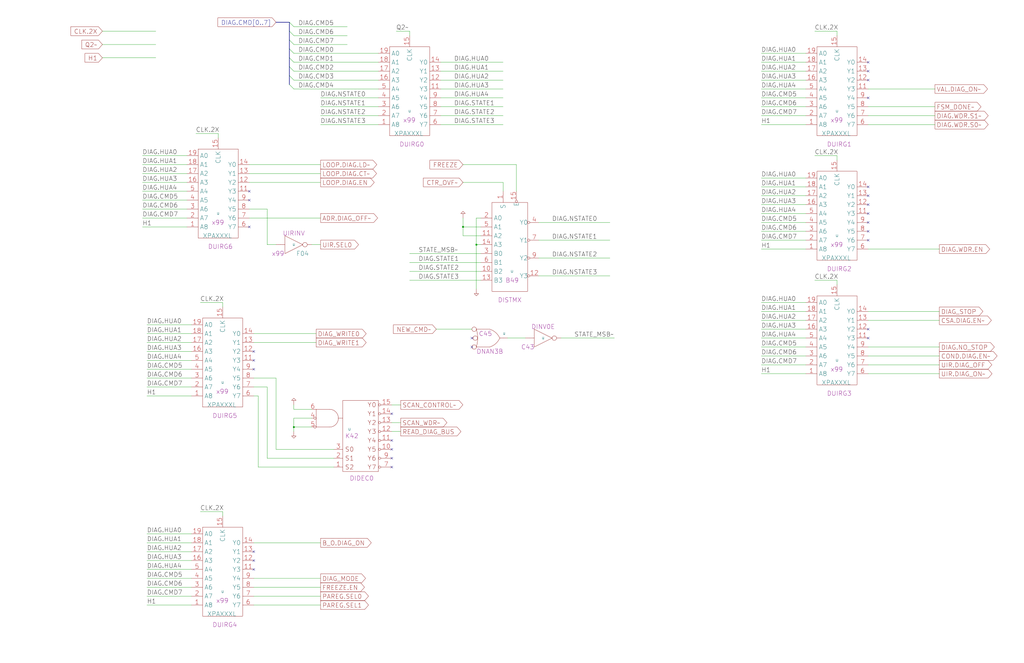
<source format=kicad_sch>
(kicad_sch (version 20220404) (generator eeschema)
  (paper "User" 584.2 378.46)
  (title_block (title "DIAGNOSTIC PROCESSOR\\nFINITE STATE MACHINE") (date "22-MAR-90") (rev "1.0") (comment 1 "VALUE") (comment 2 "232-003063") (comment 3 "S400") (comment 4 "RELEASED"))
  (lib_symbols
    (symbol "r1000:F04" (pin_numbers hide) (pin_names hide)
      (property "Reference" "U" (at 0 0 0))
      (property "Value" "F04" (at 1.27 -5.08 0))
      (property "Location" "___" (at -12.7 -5.08 0))
      (property "Name" "______" (at 0 5.08 0))
      (symbol "F04_0_1"
        (polyline (pts (xy -7.62 0) (xy -5.08 0)) (stroke (width 0.1524)))
        (polyline (pts (xy -5.08 5.08) (xy -5.08 -5.08)) (stroke (width 0.1524)))
        (polyline (pts (xy 5.08 0) (xy -5.08 -5.08)) (stroke (width 0.1524)))
        (polyline (pts (xy 5.08 0) (xy -5.08 5.08)) (stroke (width 0.1524)))
        (circle (center 6.35 0) (radius 1.27) (stroke (width 0.1524)))
      )
      (symbol "F04_1_1"
        (pin input line (at -10.16 0 0) (length 2.54) (name "D0") (number "1"))
        (pin output line (at 10.16 0 180) (length 2.54) (name "Q") (number "2"))
      )
    )
    (symbol "r1000:F10" (pin_numbers hide) (pin_names hide)
      (property "Reference" "U" (at 13.335 0 0))
      (property "Value" "F10" (at 5.715 -5.08 0))
      (property "Location" "___" (at -1.27 0 0))
      (property "Name" "______" (at -2.54 -10.16 0))
      (symbol "F10_0_1"
        (polyline (pts (xy -2.54 -7.62) (xy 5.08 -7.62)) (stroke (width 0.1524)))
        (polyline (pts (xy -2.54 2.54) (xy 5.08 2.54)) (stroke (width 0.1524)))
        (polyline (pts (xy -2.54 3.81) (xy -2.54 -8.89)) (stroke (width 0.1524)))
        (arc (start 5.08 -7.62) (mid 10.1282 -2.54) (end 5.08 2.54) (stroke (width 0.1524)))
        (circle (center 11.43 -2.54) (radius 1.27) (stroke (width 0.1524)))
      )
      (symbol "F10_0_2"
        (circle (center -3.81 -7.62) (radius 1.27) (stroke (width 0.1524)))
        (circle (center -3.81 2.54) (radius 1.27) (stroke (width 0.1524)))
        (circle (center -3.175 -2.54) (radius 1.27) (stroke (width 0.1524)))
        (arc (start -2.54 -7.62) (mid -1.8195 -2.54) (end -2.54 2.54) (stroke (width 0.1524)))
        (polyline (pts (xy -4.445 -2.54) (xy -5.08 -2.54)) (stroke (width 0.1524)))
        (polyline (pts (xy -2.54 -7.62) (xy 5.08 -7.62)) (stroke (width 0.1524)))
        (polyline (pts (xy -2.54 2.54) (xy 5.08 2.54)) (stroke (width 0.1524)))
        (polyline (pts (xy 10.795 -2.54) (xy 12.7 -2.54)) (stroke (width 0.1524)))
        (arc (start 5.08 -7.62) (mid 8.4845 -5.6954) (end 10.795 -2.54) (stroke (width 0.1524)))
        (arc (start 10.795 -2.54) (mid 8.4807 0.6111) (end 5.08 2.54) (stroke (width 0.1524)))
      )
      (symbol "F10_1_1"
        (pin input line (at -5.08 2.54 0) (length 2.54) (name "D0") (number "1"))
        (pin input line (at -5.08 -2.54 0) (length 2.54) (name "D1") (number "2"))
        (pin input line (at -5.08 -7.62 0) (length 2.54) (name "D2") (number "3"))
        (pin output line (at 15.24 -2.54 180) (length 2.54) (name "Q") (number "4"))
      )
      (symbol "F10_1_2"
        (pin input line (at -5.08 2.54 0) (length 0) (name "D0") (number "1"))
        (pin input line (at -5.08 -2.54 0) (length 0) (name "D1") (number "2"))
        (pin input line (at -5.08 -7.62 0) (length 0) (name "D2") (number "3"))
        (pin output line (at 15.24 -2.54 180) (length 2.54) (name "Q") (number "4"))
      )
    )
    (symbol "r1000:F138" (pin_names (offset 1.016) hide)
      (property "Reference" "U" (at 1.27 3.81 0))
      (property "Value" "F138" (at -1.27 10.16 0))
      (property "Location" "___" (at -1.27 0 0))
      (property "Name" "______" (at 8.255 -24.13 0))
      (symbol "F138_0_0"
        (arc (start -10.16 5.08) (mid -6.5679 6.5679) (end -5.08 10.16) (stroke (width 0.1524)))
        (arc (start -5.08 10.16) (mid -6.5679 13.7521) (end -10.16 15.24) (stroke (width 0.1524)))
        (polyline (pts (xy -17.78 5.08) (xy -10.16 5.08)) (stroke (width 0.1524)))
        (polyline (pts (xy -17.78 15.24) (xy -10.16 15.24)) (stroke (width 0.1524)))
      )
      (symbol "F138_0_1"
        (circle (center -18.415 5.08) (radius 0.635) (stroke (width 0.1524)))
        (circle (center -18.415 10.16) (radius 0.635) (stroke (width 0.1524)))
        (rectangle (start -2.54 20.32) (end 17.78 -20.32) (stroke (width 0.1524)))
        (polyline (pts (xy -19.05 15.24) (xy -17.78 15.24)) (stroke (width 0.1524)))
        (polyline (pts (xy -17.78 15.24) (xy -17.78 5.08)) (stroke (width 0.1524)))
        (polyline (pts (xy -2.54 10.16) (xy -5.08 10.16)) (stroke (width 0.1524)))
      )
      (symbol "F138_1_1"
        (circle (center 18.415 -17.78) (radius 0.635))
        (circle (center 18.415 -12.7) (radius 0.635))
        (circle (center 18.415 -7.62) (radius 0.635))
        (circle (center 18.415 -2.54) (radius 0.635))
        (circle (center 18.415 2.54) (radius 0.635))
        (circle (center 18.415 7.62) (radius 0.635))
        (circle (center 18.415 12.7) (radius 0.635))
        (circle (center 18.415 17.78) (radius 0.635))
        (text "0" (at 2.54 -7.62 0) (effects (font (size 2.54 2.54))))
        (text "0" (at 15.24 17.78 0) (effects (font (size 2.54 2.54))))
        (text "1" (at 2.54 -12.7 0) (effects (font (size 2.54 2.54))))
        (text "1" (at 15.24 12.7 0) (effects (font (size 2.54 2.54))))
        (text "2" (at 2.54 -17.78 0) (effects (font (size 2.54 2.54))))
        (text "2" (at 15.24 7.62 0) (effects (font (size 2.54 2.54))))
        (text "3" (at 15.24 2.54 0) (effects (font (size 2.54 2.54))))
        (text "4" (at 15.24 -2.54 0) (effects (font (size 2.54 2.54))))
        (text "5" (at 15.24 -7.62 0) (effects (font (size 2.54 2.54))))
        (text "6" (at 15.24 -12.7 0) (effects (font (size 2.54 2.54))))
        (text "7" (at 15.24 -17.78 0) (effects (font (size 2.54 2.54))))
        (text "S" (at 0 -17.78 0) (effects (font (size 2.54 2.54))))
        (text "S" (at 0 -12.7 0) (effects (font (size 2.54 2.54))))
        (text "S" (at 0 -7.62 0) (effects (font (size 2.54 2.54))))
        (text "Y" (at 12.7 -17.78 0) (effects (font (size 2.54 2.54))))
        (text "Y" (at 12.7 -12.7 0) (effects (font (size 2.54 2.54))))
        (text "Y" (at 12.7 -7.62 0) (effects (font (size 2.54 2.54))))
        (text "Y" (at 12.7 -2.54 0) (effects (font (size 2.54 2.54))))
        (text "Y" (at 12.7 2.54 0) (effects (font (size 2.54 2.54))))
        (text "Y" (at 12.7 7.62 0) (effects (font (size 2.54 2.54))))
        (text "Y" (at 12.7 12.7 0) (effects (font (size 2.54 2.54))))
        (text "Y" (at 12.7 17.78 0) (effects (font (size 2.54 2.54))))
        (pin input line (at -7.62 -17.78 0) (length 5.08) (name "S2") (number "1"))
        (pin output line (at 25.4 -7.62 180) (length 6.35) (name "Y5_") (number "10"))
        (pin output line (at 25.4 -2.54 180) (length 6.35) (name "Y4_") (number "11"))
        (pin output line (at 25.4 2.54 180) (length 6.35) (name "Y3_") (number "12"))
        (pin output line (at 25.4 7.62 180) (length 6.35) (name "Y2_") (number "13"))
        (pin output line (at 25.4 12.7 180) (length 6.35) (name "Y1_") (number "14"))
        (pin output line (at 25.4 17.78 180) (length 6.35) (name "Y0_") (number "15"))
        (pin input line (at -7.62 -12.7 0) (length 5.08) (name "S1") (number "2"))
        (pin input line (at -7.62 -7.62 0) (length 5.08) (name "S0") (number "3"))
        (pin input line (at -20.32 10.16 0) (length 1.27) (name "D1") (number "4"))
        (pin input line (at -20.32 5.08 0) (length 1.27) (name "D2") (number "5"))
        (pin input line (at -20.32 15.24 0) (length 1.27) (name "D0") (number "6"))
        (pin output line (at 25.4 -17.78 180) (length 6.35) (name "Y7_") (number "7"))
        (pin output line (at 25.4 -12.7 180) (length 6.35) (name "Y6_") (number "9"))
      )
    )
    (symbol "r1000:F158" (pin_names (offset 1.016))
      (property "Reference" "U" (at 2.54 5.08 0))
      (property "Value" "F158" (at -3.81 -5.08 0))
      (property "Location" "___" (at -1.27 0 0))
      (property "Name" "______" (at 1.27 -12.7 0))
      (symbol "F158_1_1"
        (rectangle (start -8.89 44.45) (end 11.43 -6.35))
        (circle (center 5.08 45.085) (radius 0.635))
        (circle (center 12.065 2.54) (radius 0.635))
        (circle (center 12.065 12.7) (radius 0.635))
        (circle (center 12.065 22.86) (radius 0.635))
        (circle (center 12.065 33.02) (radius 0.635))
        (pin input line (at -2.54 50.8 270) (length 6.35) (name "S") (number "1"))
        (pin input line (at -15.24 5.08 0) (length 6.35) (name "B2") (number "10"))
        (pin input line (at -15.24 25.4 0) (length 6.35) (name "A2") (number "11"))
        (pin output line (at 17.78 2.54 180) (length 5.08) (name "Y3") (number "12"))
        (pin input line (at -15.24 0 0) (length 6.35) (name "B3") (number "13"))
        (pin input line (at -15.24 20.32 0) (length 6.35) (name "A3") (number "14"))
        (pin input line (at 5.08 50.8 270) (length 5.08) (name "E") (number "15"))
        (pin input line (at -15.24 35.56 0) (length 6.35) (name "A0") (number "2"))
        (pin input line (at -15.24 15.24 0) (length 6.35) (name "B0") (number "3"))
        (pin output line (at 17.78 33.02 180) (length 5.08) (name "Y0") (number "4"))
        (pin input line (at -15.24 30.48 0) (length 6.35) (name "A1") (number "5"))
        (pin input line (at -15.24 10.16 0) (length 6.35) (name "B1") (number "6"))
        (pin output line (at 17.78 22.86 180) (length 5.08) (name "Y1") (number "7"))
        (pin output line (at 17.78 12.7 180) (length 5.08) (name "Y2") (number "9"))
      )
    )
    (symbol "r1000:PD" (power) (pin_numbers hide) (pin_names hide) (in_bom no)
      (symbol "PD_0_1"
        (polyline (pts (xy 0 -2.54) (xy 1.27 -2.54) (xy 0 -3.81) (xy -1.27 -2.54) (xy 0 -2.54)) (stroke (width 0.1524)))
      )
      (symbol "PD_1_1"
        (pin power_in line (at 0 0 270) (length 2.54) (name "PD") (number "1"))
      )
    )
    (symbol "r1000:PU" (power) (pin_numbers hide) (pin_names hide)
      (symbol "PU_0_1"
        (polyline (pts (xy 0 2.54) (xy -1.27 2.54) (xy 0 3.81) (xy 1.27 2.54) (xy 0 2.54)) (stroke (width 0.1524)))
      )
      (symbol "PU_1_1"
        (pin power_in line (at 0 0 90) (length 2.54) (name "PU") (number "1"))
      )
    )
    (symbol "r1000:XPAXXXL" (pin_names (offset 1.016))
      (property "Reference" "U" (at 2.54 5.08 0))
      (property "Value" "XPAXXXL" (at -6.35 -7.62 0))
      (property "Location" "___" (at -1.27 0 0))
      (property "Name" "______" (at 3.81 -15.24 0))
      (symbol "XPAXXXL_1_1"
        (rectangle (start -8.89 41.91) (end 13.97 -8.89))
        (pin input line (at -15.24 -2.54 0) (length 6.35) (name "A8") (number "1"))
        (pin output line (at 20.32 17.78 180) (length 6.35) (name "Y3") (number "11"))
        (pin output line (at 20.32 22.86 180) (length 6.35) (name "Y2") (number "12"))
        (pin output line (at 20.32 27.94 180) (length 6.35) (name "Y1") (number "13"))
        (pin output line (at 20.32 33.02 180) (length 6.35) (name "Y0") (number "14"))
        (pin input line (at 2.54 48.26 270) (length 6.35) (name "CLK") (number "15"))
        (pin input line (at -15.24 22.86 0) (length 6.35) (name "A3") (number "16"))
        (pin input line (at -15.24 27.94 0) (length 6.35) (name "A2") (number "17"))
        (pin input line (at -15.24 33.02 0) (length 6.35) (name "A1") (number "18"))
        (pin input line (at -15.24 38.1 0) (length 6.35) (name "A0") (number "19"))
        (pin input line (at -15.24 2.54 0) (length 6.35) (name "A7") (number "2"))
        (pin input line (at -15.24 7.62 0) (length 6.35) (name "A6") (number "3"))
        (pin input line (at -15.24 12.7 0) (length 6.35) (name "A5") (number "4"))
        (pin input line (at -15.24 17.78 0) (length 6.35) (name "A4") (number "5"))
        (pin output line (at 20.32 -2.54 180) (length 6.35) (name "Y7") (number "6"))
        (pin output line (at 20.32 2.54 180) (length 6.35) (name "Y6") (number "7"))
        (pin output line (at 20.32 7.62 180) (length 6.35) (name "Y5") (number "8"))
        (pin output line (at 20.32 12.7 180) (length 6.35) (name "Y4") (number "9"))
      )
    )
  )
  (junction (at 264.16 129.54))
  (junction (at 167.64 243.84))
  (junction (at 271.78 139.7))
  (no_connect (at 223.52 251.46))
  (no_connect (at 223.52 256.54))
  (no_connect (at 223.52 266.7))
  (no_connect (at 269.24 198.12))
  (no_connect (at 269.24 193.04))
  (no_connect (at 495.3 45.72))
  (no_connect (at 495.3 35.56))
  (no_connect (at 495.3 40.64))
  (no_connect (at 144.78 325.12))
  (no_connect (at 144.78 320.04))
  (no_connect (at 495.3 193.04))
  (no_connect (at 144.78 314.96))
  (no_connect (at 495.3 55.88))
  (no_connect (at 223.52 261.62))
  (no_connect (at 495.3 127))
  (no_connect (at 495.3 111.76))
  (no_connect (at 495.3 116.84))
  (no_connect (at 495.3 121.92))
  (no_connect (at 495.3 137.16))
  (no_connect (at 495.3 132.08))
  (no_connect (at 142.24 114.3))
  (no_connect (at 142.24 109.22))
  (no_connect (at 142.24 129.54))
  (no_connect (at 144.78 200.66))
  (no_connect (at 144.78 205.74))
  (no_connect (at 495.3 106.68))
  (no_connect (at 144.78 210.82))
  (no_connect (at 223.52 236.22))
  (no_connect (at 495.3 187.96))
  (bus_entry (at 165.1 33.02) (size 2.54 2.54))
  (bus_entry (at 165.1 22.86) (size 2.54 2.54))
  (bus_entry (at 165.1 48.26) (size 2.54 2.54))
  (bus_entry (at 165.1 17.78) (size 2.54 2.54))
  (bus_entry (at 165.1 43.18) (size 2.54 2.54))
  (bus_entry (at 165.1 27.94) (size 2.54 2.54))
  (bus_entry (at 165.1 12.7) (size 2.54 2.54))
  (bus_entry (at 165.1 38.1) (size 2.54 2.54))
  (wire (pts (xy 274.32 124.46) (xy 271.78 124.46)))
  (wire (pts (xy 114.3 172.72) (xy 127 172.72)))
  (wire (pts (xy 81.28 129.54) (xy 106.68 129.54)))
  (wire (pts (xy 434.34 60.96) (xy 459.74 60.96)))
  (wire (pts (xy 144.78 190.5) (xy 180.34 190.5)))
  (wire (pts (xy 464.82 88.9) (xy 477.52 88.9)))
  (wire (pts (xy 233.68 160.02) (xy 274.32 160.02)))
  (wire (pts (xy 434.34 116.84) (xy 459.74 116.84)))
  (wire (pts (xy 124.46 76.2) (xy 124.46 78.74)))
  (wire (pts (xy 495.3 177.8) (xy 535.94 177.8)))
  (wire (pts (xy 83.82 335.28) (xy 109.22 335.28)))
  (wire (pts (xy 495.3 142.24) (xy 535.94 142.24)))
  (wire (pts (xy 434.34 127) (xy 459.74 127)))
  (wire (pts (xy 157.48 215.9) (xy 144.78 215.9)))
  (wire (pts (xy 182.88 71.12) (xy 215.9 71.12)))
  (wire (pts (xy 495.3 203.2) (xy 535.94 203.2)))
  (wire (pts (xy 434.34 71.12) (xy 459.74 71.12)))
  (wire (pts (xy 495.3 71.12) (xy 533.4 71.12)))
  (wire (pts (xy 477.52 17.78) (xy 477.52 20.32)))
  (bus (pts (xy 157.48 12.7) (xy 165.1 12.7)))
  (wire (pts (xy 251.46 55.88) (xy 287.02 55.88)))
  (wire (pts (xy 434.34 132.08) (xy 459.74 132.08)))
  (wire (pts (xy 320.04 193.04) (xy 350.52 193.04)))
  (wire (pts (xy 289.56 193.04) (xy 299.72 193.04)))
  (wire (pts (xy 81.28 124.46) (xy 106.68 124.46)))
  (wire (pts (xy 434.34 193.04) (xy 459.74 193.04)))
  (bus (pts (xy 165.1 17.78) (xy 165.1 22.86)))
  (wire (pts (xy 434.34 203.2) (xy 459.74 203.2)))
  (bus (pts (xy 165.1 27.94) (xy 165.1 33.02)))
  (wire (pts (xy 434.34 30.48) (xy 459.74 30.48)))
  (wire (pts (xy 147.32 226.06) (xy 144.78 226.06)))
  (wire (pts (xy 83.82 190.5) (xy 109.22 190.5)))
  (wire (pts (xy 83.82 220.98) (xy 109.22 220.98)))
  (wire (pts (xy 167.64 40.64) (xy 215.9 40.64)))
  (wire (pts (xy 182.88 66.04) (xy 215.9 66.04)))
  (wire (pts (xy 114.3 292.1) (xy 127 292.1)))
  (wire (pts (xy 144.78 345.44) (xy 182.88 345.44)))
  (wire (pts (xy 251.46 35.56) (xy 287.02 35.56)))
  (wire (pts (xy 83.82 226.06) (xy 109.22 226.06)))
  (wire (pts (xy 144.78 340.36) (xy 182.88 340.36)))
  (wire (pts (xy 182.88 60.96) (xy 215.9 60.96)))
  (bus (pts (xy 165.1 43.18) (xy 165.1 48.26)))
  (wire (pts (xy 434.34 55.88) (xy 459.74 55.88)))
  (wire (pts (xy 177.8 233.68) (xy 167.64 233.68)))
  (wire (pts (xy 83.82 210.82) (xy 109.22 210.82)))
  (wire (pts (xy 434.34 213.36) (xy 459.74 213.36)))
  (wire (pts (xy 83.82 330.2) (xy 109.22 330.2)))
  (bus (pts (xy 165.1 33.02) (xy 165.1 38.1)))
  (wire (pts (xy 144.78 195.58) (xy 180.34 195.58)))
  (wire (pts (xy 147.32 266.7) (xy 147.32 226.06)))
  (wire (pts (xy 81.28 119.38) (xy 106.68 119.38)))
  (wire (pts (xy 167.64 35.56) (xy 215.9 35.56)))
  (wire (pts (xy 81.28 109.22) (xy 106.68 109.22)))
  (wire (pts (xy 223.52 241.3) (xy 228.6 241.3)))
  (wire (pts (xy 477.52 160.02) (xy 477.52 162.56)))
  (wire (pts (xy 274.32 134.62) (xy 264.16 134.62)))
  (wire (pts (xy 495.3 213.36) (xy 535.94 213.36)))
  (wire (pts (xy 264.16 129.54) (xy 264.16 124.46)))
  (wire (pts (xy 495.3 60.96) (xy 533.4 60.96)))
  (wire (pts (xy 81.28 88.9) (xy 106.68 88.9)))
  (wire (pts (xy 495.3 198.12) (xy 535.94 198.12)))
  (wire (pts (xy 233.68 149.86) (xy 274.32 149.86)))
  (wire (pts (xy 142.24 93.98) (xy 182.88 93.98)))
  (wire (pts (xy 495.3 50.8) (xy 533.4 50.8)))
  (wire (pts (xy 167.64 50.8) (xy 215.9 50.8)))
  (wire (pts (xy 434.34 45.72) (xy 459.74 45.72)))
  (wire (pts (xy 144.78 330.2) (xy 182.88 330.2)))
  (wire (pts (xy 142.24 124.46) (xy 182.88 124.46)))
  (wire (pts (xy 81.28 99.06) (xy 106.68 99.06)))
  (wire (pts (xy 142.24 104.14) (xy 182.88 104.14)))
  (wire (pts (xy 434.34 137.16) (xy 459.74 137.16)))
  (wire (pts (xy 111.76 76.2) (xy 124.46 76.2)))
  (wire (pts (xy 167.64 231.14) (xy 167.64 233.68)))
  (wire (pts (xy 434.34 182.88) (xy 459.74 182.88)))
  (wire (pts (xy 495.3 182.88) (xy 535.94 182.88)))
  (wire (pts (xy 83.82 320.04) (xy 109.22 320.04)))
  (wire (pts (xy 142.24 99.06) (xy 182.88 99.06)))
  (wire (pts (xy 233.68 144.78) (xy 274.32 144.78)))
  (wire (pts (xy 233.68 17.78) (xy 233.68 20.32)))
  (wire (pts (xy 434.34 198.12) (xy 459.74 198.12)))
  (wire (pts (xy 434.34 187.96) (xy 459.74 187.96)))
  (wire (pts (xy 251.46 50.8) (xy 287.02 50.8)))
  (wire (pts (xy 167.64 238.76) (xy 167.64 243.84)))
  (wire (pts (xy 144.78 220.98) (xy 152.4 220.98)))
  (wire (pts (xy 58.42 17.78) (xy 88.9 17.78)))
  (wire (pts (xy 177.8 139.7) (xy 182.88 139.7)))
  (wire (pts (xy 495.3 66.04) (xy 533.4 66.04)))
  (wire (pts (xy 81.28 93.98) (xy 106.68 93.98)))
  (wire (pts (xy 167.64 20.32) (xy 198.12 20.32)))
  (wire (pts (xy 307.34 127) (xy 347.98 127)))
  (wire (pts (xy 294.64 109.22) (xy 294.64 93.98)))
  (wire (pts (xy 271.78 139.7) (xy 271.78 165.1)))
  (wire (pts (xy 83.82 325.12) (xy 109.22 325.12)))
  (wire (pts (xy 434.34 66.04) (xy 459.74 66.04)))
  (wire (pts (xy 271.78 124.46) (xy 271.78 139.7)))
  (wire (pts (xy 83.82 215.9) (xy 109.22 215.9)))
  (wire (pts (xy 152.4 261.62) (xy 190.5 261.62)))
  (wire (pts (xy 83.82 304.8) (xy 109.22 304.8)))
  (wire (pts (xy 434.34 101.6) (xy 459.74 101.6)))
  (wire (pts (xy 264.16 129.54) (xy 274.32 129.54)))
  (wire (pts (xy 157.48 256.54) (xy 157.48 215.9)))
  (wire (pts (xy 83.82 314.96) (xy 109.22 314.96)))
  (wire (pts (xy 83.82 345.44) (xy 109.22 345.44)))
  (wire (pts (xy 83.82 185.42) (xy 109.22 185.42)))
  (wire (pts (xy 434.34 35.56) (xy 459.74 35.56)))
  (wire (pts (xy 434.34 40.64) (xy 459.74 40.64)))
  (wire (pts (xy 157.48 139.7) (xy 152.4 139.7)))
  (wire (pts (xy 307.34 147.32) (xy 347.98 147.32)))
  (wire (pts (xy 434.34 111.76) (xy 459.74 111.76)))
  (wire (pts (xy 248.92 187.96) (xy 269.24 187.96)))
  (wire (pts (xy 83.82 340.36) (xy 109.22 340.36)))
  (wire (pts (xy 264.16 134.62) (xy 264.16 129.54)))
  (wire (pts (xy 251.46 60.96) (xy 287.02 60.96)))
  (wire (pts (xy 434.34 172.72) (xy 459.74 172.72)))
  (wire (pts (xy 167.64 45.72) (xy 215.9 45.72)))
  (wire (pts (xy 142.24 119.38) (xy 152.4 119.38)))
  (wire (pts (xy 144.78 335.28) (xy 182.88 335.28)))
  (wire (pts (xy 167.64 243.84) (xy 167.64 246.38)))
  (wire (pts (xy 264.16 104.14) (xy 287.02 104.14)))
  (wire (pts (xy 434.34 106.68) (xy 459.74 106.68)))
  (wire (pts (xy 287.02 109.22) (xy 287.02 104.14)))
  (wire (pts (xy 271.78 139.7) (xy 274.32 139.7)))
  (wire (pts (xy 464.82 17.78) (xy 477.52 17.78)))
  (wire (pts (xy 190.5 266.7) (xy 147.32 266.7)))
  (wire (pts (xy 58.42 25.4) (xy 88.9 25.4)))
  (wire (pts (xy 477.52 88.9) (xy 477.52 91.44)))
  (bus (pts (xy 165.1 38.1) (xy 165.1 43.18)))
  (wire (pts (xy 58.42 33.02) (xy 88.9 33.02)))
  (wire (pts (xy 251.46 71.12) (xy 287.02 71.12)))
  (wire (pts (xy 81.28 114.3) (xy 106.68 114.3)))
  (wire (pts (xy 83.82 200.66) (xy 109.22 200.66)))
  (wire (pts (xy 223.52 231.14) (xy 228.6 231.14)))
  (wire (pts (xy 307.34 137.16) (xy 347.98 137.16)))
  (wire (pts (xy 167.64 15.24) (xy 198.12 15.24)))
  (wire (pts (xy 167.64 25.4) (xy 198.12 25.4)))
  (wire (pts (xy 434.34 177.8) (xy 459.74 177.8)))
  (wire (pts (xy 152.4 139.7) (xy 152.4 119.38)))
  (wire (pts (xy 223.52 246.38) (xy 228.6 246.38)))
  (wire (pts (xy 167.64 30.48) (xy 215.9 30.48)))
  (wire (pts (xy 464.82 160.02) (xy 477.52 160.02)))
  (wire (pts (xy 495.3 208.28) (xy 535.94 208.28)))
  (wire (pts (xy 264.16 93.98) (xy 294.64 93.98)))
  (wire (pts (xy 251.46 40.64) (xy 287.02 40.64)))
  (wire (pts (xy 83.82 309.88) (xy 109.22 309.88)))
  (wire (pts (xy 152.4 220.98) (xy 152.4 261.62)))
  (wire (pts (xy 127 292.1) (xy 127 294.64)))
  (wire (pts (xy 177.8 238.76) (xy 167.64 238.76)))
  (bus (pts (xy 165.1 12.7) (xy 165.1 17.78)))
  (wire (pts (xy 434.34 142.24) (xy 459.74 142.24)))
  (wire (pts (xy 434.34 121.92) (xy 459.74 121.92)))
  (wire (pts (xy 81.28 104.14) (xy 106.68 104.14)))
  (wire (pts (xy 251.46 66.04) (xy 287.02 66.04)))
  (wire (pts (xy 251.46 45.72) (xy 287.02 45.72)))
  (wire (pts (xy 233.68 154.94) (xy 274.32 154.94)))
  (wire (pts (xy 83.82 195.58) (xy 109.22 195.58)))
  (wire (pts (xy 226.06 17.78) (xy 233.68 17.78)))
  (wire (pts (xy 434.34 208.28) (xy 459.74 208.28)))
  (wire (pts (xy 190.5 256.54) (xy 157.48 256.54)))
  (wire (pts (xy 182.88 55.88) (xy 215.9 55.88)))
  (wire (pts (xy 127 172.72) (xy 127 175.26)))
  (wire (pts (xy 307.34 157.48) (xy 347.98 157.48)))
  (wire (pts (xy 167.64 243.84) (xy 177.8 243.84)))
  (wire (pts (xy 434.34 50.8) (xy 459.74 50.8)))
  (wire (pts (xy 83.82 205.74) (xy 109.22 205.74)))
  (bus (pts (xy 165.1 22.86) (xy 165.1 27.94)))
  (wire (pts (xy 144.78 309.88) (xy 182.88 309.88)))
  (label "DIAG.CMD4" (at 170.18 50.8 0) (effects (font (size 2.54 2.54))))
  (label "DIAG.HUA1" (at 434.34 35.56 0) (effects (font (size 2.54 2.54))))
  (label "DIAG.CMD1" (at 170.18 35.56 0) (effects (font (size 2.54 2.54))))
  (label "DIAG.CMD6" (at 434.34 203.2 0) (effects (font (size 2.54 2.54))))
  (label "DIAG.HUA3" (at 434.34 187.96 0) (effects (font (size 2.54 2.54))))
  (label "DIAG.HUA0" (at 434.34 101.6 0) (effects (font (size 2.54 2.54))))
  (label "DIAG.HUA0" (at 434.34 172.72 0) (effects (font (size 2.54 2.54))))
  (label "DIAG.STATE2" (at 259.08 66.04 0) (effects (font (size 2.54 2.54))))
  (label "DIAG.HUA1" (at 81.28 93.98 0) (effects (font (size 2.54 2.54))))
  (label "H1" (at 83.82 226.06 0) (effects (font (size 2.54 2.54))))
  (label "DIAG.HUA0" (at 83.82 185.42 0) (effects (font (size 2.54 2.54))))
  (label "CLK.2X" (at 114.3 292.1 0) (effects (font (size 2.54 2.54))))
  (label "H1" (at 83.82 345.44 0) (effects (font (size 2.54 2.54))))
  (label "H1" (at 434.34 213.36 0) (effects (font (size 2.54 2.54))))
  (label "DIAG.CMD5" (at 434.34 127 0) (effects (font (size 2.54 2.54))))
  (label "DIAG.HUA1" (at 434.34 177.8 0) (effects (font (size 2.54 2.54))))
  (label "CLK.2X" (at 464.82 160.02 0) (effects (font (size 2.54 2.54))))
  (label "DIAG.STATE3" (at 238.76 160.02 0) (effects (font (size 2.54 2.54))))
  (label "CLK.2X" (at 464.82 17.78 0) (effects (font (size 2.54 2.54))))
  (label "DIAG.HUA4" (at 259.08 55.88 0) (effects (font (size 2.54 2.54))))
  (label "DIAG.HUA0" (at 434.34 30.48 0) (effects (font (size 2.54 2.54))))
  (label "Q2~" (at 226.06 17.78 0) (effects (font (size 2.54 2.54))))
  (label "DIAG.HUA4" (at 83.82 205.74 0) (effects (font (size 2.54 2.54))))
  (label "DIAG.CMD5" (at 170.18 15.24 0) (effects (font (size 2.54 2.54))))
  (label "DIAG.STATE1" (at 259.08 60.96 0) (effects (font (size 2.54 2.54))))
  (label "DIAG.HUA2" (at 83.82 314.96 0) (effects (font (size 2.54 2.54))))
  (label "DIAG.CMD7" (at 434.34 208.28 0) (effects (font (size 2.54 2.54))))
  (label "CLK.2X" (at 464.82 88.9 0) (effects (font (size 2.54 2.54))))
  (label "DIAG.HUA3" (at 83.82 200.66 0) (effects (font (size 2.54 2.54))))
  (label "DIAG.NSTATE1" (at 314.96 137.16 0) (effects (font (size 2.54 2.54))))
  (label "DIAG.CMD3" (at 170.18 45.72 0) (effects (font (size 2.54 2.54))))
  (label "DIAG.CMD5" (at 434.34 198.12 0) (effects (font (size 2.54 2.54))))
  (label "DIAG.CMD7" (at 81.28 124.46 0) (effects (font (size 2.54 2.54))))
  (label "DIAG.CMD6" (at 170.18 20.32 0) (effects (font (size 2.54 2.54))))
  (label "DIAG.NSTATE0" (at 314.96 127 0) (effects (font (size 2.54 2.54))))
  (label "DIAG.STATE2" (at 238.76 154.94 0) (effects (font (size 2.54 2.54))))
  (label "DIAG.CMD0" (at 170.18 30.48 0) (effects (font (size 2.54 2.54))))
  (label "DIAG.HUA3" (at 434.34 45.72 0) (effects (font (size 2.54 2.54))))
  (label "DIAG.HUA2" (at 434.34 111.76 0) (effects (font (size 2.54 2.54))))
  (label "DIAG.CMD7" (at 83.82 220.98 0) (effects (font (size 2.54 2.54))))
  (label "DIAG.HUA2" (at 434.34 40.64 0) (effects (font (size 2.54 2.54))))
  (label "DIAG.CMD5" (at 83.82 210.82 0) (effects (font (size 2.54 2.54))))
  (label "DIAG.HUA4" (at 434.34 50.8 0) (effects (font (size 2.54 2.54))))
  (label "DIAG.HUA4" (at 81.28 109.22 0) (effects (font (size 2.54 2.54))))
  (label "DIAG.HUA1" (at 259.08 40.64 0) (effects (font (size 2.54 2.54))))
  (label "DIAG.CMD5" (at 83.82 330.2 0) (effects (font (size 2.54 2.54))))
  (label "DIAG.CMD6" (at 81.28 119.38 0) (effects (font (size 2.54 2.54))))
  (label "DIAG.NSTATE3" (at 182.88 71.12 0) (effects (font (size 2.54 2.54))))
  (label "DIAG.HUA1" (at 434.34 106.68 0) (effects (font (size 2.54 2.54))))
  (label "DIAG.CMD6" (at 434.34 132.08 0) (effects (font (size 2.54 2.54))))
  (label "DIAG.NSTATE3" (at 314.96 157.48 0) (effects (font (size 2.54 2.54))))
  (label "DIAG.NSTATE1" (at 182.88 60.96 0) (effects (font (size 2.54 2.54))))
  (label "DIAG.CMD7" (at 170.18 25.4 0) (effects (font (size 2.54 2.54))))
  (label "DIAG.CMD6" (at 434.34 60.96 0) (effects (font (size 2.54 2.54))))
  (label "H1" (at 81.28 129.54 0) (effects (font (size 2.54 2.54))))
  (label "DIAG.CMD7" (at 83.82 340.36 0) (effects (font (size 2.54 2.54))))
  (label "DIAG.STATE1" (at 238.76 149.86 0) (effects (font (size 2.54 2.54))))
  (label "DIAG.HUA3" (at 259.08 50.8 0) (effects (font (size 2.54 2.54))))
  (label "DIAG.HUA3" (at 83.82 320.04 0) (effects (font (size 2.54 2.54))))
  (label "DIAG.HUA0" (at 83.82 304.8 0) (effects (font (size 2.54 2.54))))
  (label "DIAG.CMD7" (at 434.34 66.04 0) (effects (font (size 2.54 2.54))))
  (label "DIAG.NSTATE2" (at 314.96 147.32 0) (effects (font (size 2.54 2.54))))
  (label "DIAG.CMD5" (at 81.28 114.3 0) (effects (font (size 2.54 2.54))))
  (label "DIAG.CMD5" (at 434.34 55.88 0) (effects (font (size 2.54 2.54))))
  (label "DIAG.HUA4" (at 434.34 193.04 0) (effects (font (size 2.54 2.54))))
  (label "H1" (at 434.34 142.24 0) (effects (font (size 2.54 2.54))))
  (label "DIAG.HUA4" (at 434.34 121.92 0) (effects (font (size 2.54 2.54))))
  (label "DIAG.HUA2" (at 434.34 182.88 0) (effects (font (size 2.54 2.54))))
  (label "DIAG.CMD7" (at 434.34 137.16 0) (effects (font (size 2.54 2.54))))
  (label "DIAG.HUA3" (at 434.34 116.84 0) (effects (font (size 2.54 2.54))))
  (label "H1" (at 434.34 71.12 0) (effects (font (size 2.54 2.54))))
  (label "DIAG.CMD2" (at 170.18 40.64 0) (effects (font (size 2.54 2.54))))
  (label "DIAG.HUA3" (at 81.28 104.14 0) (effects (font (size 2.54 2.54))))
  (label "DIAG.STATE3" (at 259.08 71.12 0) (effects (font (size 2.54 2.54))))
  (label "CLK.2X" (at 114.3 172.72 0) (effects (font (size 2.54 2.54))))
  (label "DIAG.HUA2" (at 81.28 99.06 0) (effects (font (size 2.54 2.54))))
  (label "DIAG.HUA0" (at 259.08 35.56 0) (effects (font (size 2.54 2.54))))
  (label "DIAG.CMD6" (at 83.82 335.28 0) (effects (font (size 2.54 2.54))))
  (label "DIAG.HUA2" (at 83.82 195.58 0) (effects (font (size 2.54 2.54))))
  (label "DIAG.NSTATE2" (at 182.88 66.04 0) (effects (font (size 2.54 2.54))))
  (label "STATE_MSB~" (at 327.66 193.04 0) (effects (font (size 2.54 2.54))))
  (label "DIAG.HUA0" (at 81.28 88.9 0) (effects (font (size 2.54 2.54))))
  (label "STATE_MSB~" (at 238.76 144.78 0) (effects (font (size 2.54 2.54))))
  (label "DIAG.CMD6" (at 83.82 215.9 0) (effects (font (size 2.54 2.54))))
  (label "DIAG.HUA4" (at 83.82 325.12 0) (effects (font (size 2.54 2.54))))
  (label "DIAG.HUA2" (at 259.08 45.72 0) (effects (font (size 2.54 2.54))))
  (label "DIAG.HUA1" (at 83.82 309.88 0) (effects (font (size 2.54 2.54))))
  (label "DIAG.NSTATE0" (at 182.88 55.88 0) (effects (font (size 2.54 2.54))))
  (label "CLK.2X" (at 111.76 76.2 0) (effects (font (size 2.54 2.54))))
  (label "DIAG.HUA1" (at 83.82 190.5 0) (effects (font (size 2.54 2.54))))
  (global_label "Q2~" (shape input) (at 58.42 25.4 180) (effects (font (size 2.54 2.54))) (property "Intersheet References" "${INTERSHEET_REFS}" (at 40.7216 25.2413 0) (effects (font (size 1.905 1.905)) (justify right))))
  (global_label "SCAN_CONTROL~" (shape output) (at 228.6 231.14 0) (effects (font (size 2.54 2.54))) (property "Intersheet References" "${INTERSHEET_REFS}" (at 263.8365 230.9813 0) (effects (font (size 1.905 1.905)) (justify left))))
  (global_label "B_O.DIAG_ON" (shape output) (at 182.88 309.88 0) (effects (font (size 2.54 2.54))) (property "Intersheet References" "${INTERSHEET_REFS}" (at 211.585 309.7213 0) (effects (font (size 1.905 1.905)) (justify left))))
  (global_label "UIR.DIAG_ON~" (shape output) (at 535.94 213.36 0) (effects (font (size 2.54 2.54))) (property "Intersheet References" "${INTERSHEET_REFS}" (at 565.7336 213.2013 0) (effects (font (size 1.905 1.905)) (justify left))))
  (global_label "DIAG.WDR.S1~" (shape output) (at 533.4 66.04 0) (effects (font (size 2.54 2.54))) (property "Intersheet References" "${INTERSHEET_REFS}" (at 563.5565 65.8813 0) (effects (font (size 1.905 1.905)) (justify left))))
  (global_label "DIAG.NO_STOP" (shape output) (at 535.94 198.12 0) (effects (font (size 2.54 2.54))) (property "Intersheet References" "${INTERSHEET_REFS}" (at 567.0641 197.9613 0) (effects (font (size 1.905 1.905)) (justify left))))
  (global_label "PAREG.SEL0" (shape output) (at 182.88 340.36 0) (effects (font (size 2.54 2.54))) (property "Intersheet References" "${INTERSHEET_REFS}" (at 210.0126 340.2013 0) (effects (font (size 1.905 1.905)) (justify left))))
  (global_label "LOOP.DIAG.CT~" (shape output) (at 182.88 99.06 0) (effects (font (size 2.54 2.54))) (property "Intersheet References" "${INTERSHEET_REFS}" (at 214.6088 98.9013 0) (effects (font (size 1.905 1.905)) (justify left))))
  (global_label "H1" (shape input) (at 58.42 33.02 180) (effects (font (size 2.54 2.54))) (property "Intersheet References" "${INTERSHEET_REFS}" (at 48.7045 32.8613 0) (effects (font (size 1.905 1.905)) (justify right))))
  (global_label "FREEZE" (shape input) (at 264.16 93.98 180) (effects (font (size 2.54 2.54))) (property "Intersheet References" "${INTERSHEET_REFS}" (at 245.494 93.8213 0) (effects (font (size 1.905 1.905)) (justify right))))
  (global_label "FREEZE.EN" (shape output) (at 182.88 335.28 0) (effects (font (size 2.54 2.54))) (property "Intersheet References" "${INTERSHEET_REFS}" (at 207.7145 335.1213 0) (effects (font (size 1.905 1.905)) (justify left))))
  (global_label "DIAG.WDR.S0~" (shape output) (at 533.4 71.12 0) (effects (font (size 2.54 2.54))) (property "Intersheet References" "${INTERSHEET_REFS}" (at 563.5565 70.9613 0) (effects (font (size 1.905 1.905)) (justify left))))
  (global_label "DIAG_WRITE1" (shape output) (at 180.34 195.58 0) (effects (font (size 2.54 2.54))) (property "Intersheet References" "${INTERSHEET_REFS}" (at 208.6822 195.4213 0) (effects (font (size 1.905 1.905)) (justify left))))
  (global_label "COND.DIAG.EN~" (shape output) (at 535.94 203.2 0) (effects (font (size 2.54 2.54))) (property "Intersheet References" "${INTERSHEET_REFS}" (at 568.6365 203.0413 0) (effects (font (size 1.905 1.905)) (justify left))))
  (global_label "UIR.DIAG_OFF" (shape output) (at 535.94 208.28 0) (effects (font (size 2.54 2.54))) (property "Intersheet References" "${INTERSHEET_REFS}" (at 565.6126 208.1213 0) (effects (font (size 1.905 1.905)) (justify left))))
  (global_label "SCAN_WDR~" (shape output) (at 228.6 241.3 0) (effects (font (size 2.54 2.54))) (property "Intersheet References" "${INTERSHEET_REFS}" (at 254.765 241.1413 0) (effects (font (size 1.905 1.905)) (justify left))))
  (global_label "UIR.SEL0" (shape output) (at 182.88 139.7 0) (effects (font (size 2.54 2.54))) (property "Intersheet References" "${INTERSHEET_REFS}" (at 205.1852 139.7 0) (effects (font (size 1.905 1.905)) (justify left))))
  (global_label "NEW_CMD~" (shape input) (at 248.92 187.96 180) (effects (font (size 2.54 2.54))) (property "Intersheet References" "${INTERSHEET_REFS}" (at 224.6902 187.8013 0) (effects (font (size 1.905 1.905)) (justify right))))
  (global_label "READ_DIAG_BUS" (shape output) (at 228.6 246.38 0) (effects (font (size 2.54 2.54))) (property "Intersheet References" "${INTERSHEET_REFS}" (at 262.7479 246.2213 0) (effects (font (size 1.905 1.905)) (justify left))))
  (global_label "LOOP.DIAG.EN" (shape output) (at 182.88 104.14 0) (effects (font (size 2.54 2.54))) (property "Intersheet References" "${INTERSHEET_REFS}" (at 213.2784 103.9813 0) (effects (font (size 1.905 1.905)) (justify left))))
  (global_label "ADR.DIAG_OFF~" (shape output) (at 182.88 124.46 0) (effects (font (size 2.54 2.54))) (property "Intersheet References" "${INTERSHEET_REFS}" (at 215.2136 124.3013 0) (effects (font (size 1.905 1.905)) (justify left))))
  (global_label "DIAG.CMD[0..7]" (shape input) (at 157.48 12.7 180) (effects (font (size 2.54 2.54))) (property "Intersheet References" "${INTERSHEET_REFS}" (at 124.5416 12.5413 0) (effects (font (size 1.905 1.905)) (justify right))))
  (global_label "CSA.DIAG.EN~" (shape output) (at 535.94 182.88 0) (effects (font (size 2.54 2.54))) (property "Intersheet References" "${INTERSHEET_REFS}" (at 565.3707 182.7213 0) (effects (font (size 1.905 1.905)) (justify left))))
  (global_label "VAL.DIAG_ON~" (shape output) (at 533.4 50.8 0) (effects (font (size 2.54 2.54))) (property "Intersheet References" "${INTERSHEET_REFS}" (at 563.1936 50.6413 0) (effects (font (size 1.905 1.905)) (justify left))))
  (global_label "FSM_DONE~" (shape output) (at 533.4 60.96 0) (effects (font (size 2.54 2.54))) (property "Intersheet References" "${INTERSHEET_REFS}" (at 559.4441 60.8013 0) (effects (font (size 1.905 1.905)) (justify left))))
  (global_label "DIAG.WDR.EN" (shape output) (at 535.94 142.24 0) (effects (font (size 2.54 2.54))) (property "Intersheet References" "${INTERSHEET_REFS}" (at 564.4031 142.0813 0) (effects (font (size 1.905 1.905)) (justify left))))
  (global_label "DIAG_MODE" (shape output) (at 182.88 330.2 0) (effects (font (size 2.54 2.54))) (property "Intersheet References" "${INTERSHEET_REFS}" (at 208.3193 330.0413 0) (effects (font (size 1.905 1.905)) (justify left))))
  (global_label "PAREG.SEL1" (shape output) (at 182.88 345.44 0) (effects (font (size 2.54 2.54))) (property "Intersheet References" "${INTERSHEET_REFS}" (at 210.0126 345.2813 0) (effects (font (size 1.905 1.905)) (justify left))))
  (global_label "DIAG_WRITE0" (shape output) (at 180.34 190.5 0) (effects (font (size 2.54 2.54))) (property "Intersheet References" "${INTERSHEET_REFS}" (at 208.6822 190.3413 0) (effects (font (size 1.905 1.905)) (justify left))))
  (global_label "CLK.2X" (shape input) (at 58.42 17.78 180) (effects (font (size 2.54 2.54))) (property "Intersheet References" "${INTERSHEET_REFS}" (at 34.4321 17.6213 0) (effects (font (size 1.905 1.905)) (justify right))))
  (global_label "LOOP.DIAG.LD~" (shape output) (at 182.88 93.98 0) (effects (font (size 2.54 2.54))) (property "Intersheet References" "${INTERSHEET_REFS}" (at 214.7298 93.8213 0) (effects (font (size 1.905 1.905)) (justify left))))
  (global_label "CTR_OVF~" (shape input) (at 264.16 104.14 180) (effects (font (size 2.54 2.54))) (property "Intersheet References" "${INTERSHEET_REFS}" (at 241.7445 103.9813 0) (effects (font (size 1.905 1.905)) (justify right))))
  (global_label "DIAG_STOP" (shape output) (at 535.94 177.8 0) (effects (font (size 2.54 2.54))) (property "Intersheet References" "${INTERSHEET_REFS}" (at 560.5326 177.6413 0) (effects (font (size 1.905 1.905)) (justify left))))
  (symbol (lib_id "r1000:PD") (at 271.78 165.1 0) (unit 1) (in_bom no)
    (default_instance (reference "U") (unit 1) (value "") (footprint ""))
    (property "Reference" "U" (effects hide))
  )
  (symbol (lib_id "r1000:XPAXXXL") (at 124.46 223.52 0) (unit 1)
    (default_instance (reference "U") (unit 1) (value "XPAXXXL") (footprint ""))
    (property "Reference" "U" (at 127 218.44 0))
    (property "Value" "XPAXXXL" (at 118.11 231.14 0) (effects (font (size 2.54 2.54)) (justify left)))
    (property "Location" "x99" (at 123.19 223.52 0) (effects (font (size 2.54 2.54)) (justify left)))
    (property "Name" "DUIRG5" (at 128.27 238.76 0) (effects (font (size 2.54 2.54)) (justify bottom)))
  )
  (symbol (lib_id "r1000:XPAXXXL") (at 474.98 210.82 0) (unit 1)
    (default_instance (reference "U") (unit 1) (value "XPAXXXL") (footprint ""))
    (property "Reference" "U" (at 477.52 205.74 0))
    (property "Value" "XPAXXXL" (at 468.63 218.44 0) (effects (font (size 2.54 2.54)) (justify left)))
    (property "Location" "x99" (at 473.71 210.82 0) (effects (font (size 2.54 2.54)) (justify left)))
    (property "Name" "DUIRG3" (at 478.79 226.06 0) (effects (font (size 2.54 2.54)) (justify bottom)))
  )
  (symbol (lib_id "r1000:XPAXXXL") (at 231.14 68.58 0) (unit 1)
    (default_instance (reference "U") (unit 1) (value "XPAXXXL") (footprint ""))
    (property "Reference" "U" (at 233.68 63.5 0))
    (property "Value" "XPAXXXL" (at 224.79 76.2 0) (effects (font (size 2.54 2.54)) (justify left)))
    (property "Location" "x99" (at 229.87 68.58 0) (effects (font (size 2.54 2.54)) (justify left)))
    (property "Name" "DUIRG0" (at 234.95 83.82 0) (effects (font (size 2.54 2.54)) (justify bottom)))
  )
  (symbol (lib_id "r1000:PD") (at 167.64 246.38 0) (unit 1) (in_bom no)
    (default_instance (reference "U") (unit 1) (value "") (footprint ""))
    (property "Reference" "U" (effects hide))
  )
  (symbol (lib_id "r1000:XPAXXXL") (at 474.98 139.7 0) (unit 1)
    (default_instance (reference "U") (unit 1) (value "XPAXXXL") (footprint ""))
    (property "Reference" "U" (at 477.52 134.62 0))
    (property "Value" "XPAXXXL" (at 468.63 147.32 0) (effects (font (size 2.54 2.54)) (justify left)))
    (property "Location" "x99" (at 473.71 139.7 0) (effects (font (size 2.54 2.54)) (justify left)))
    (property "Name" "DUIRG2" (at 478.79 154.94 0) (effects (font (size 2.54 2.54)) (justify bottom)))
  )
  (symbol (lib_id "r1000:XPAXXXL") (at 121.92 127 0) (unit 1)
    (default_instance (reference "U") (unit 1) (value "XPAXXXL") (footprint ""))
    (property "Reference" "U" (at 124.46 121.92 0))
    (property "Value" "XPAXXXL" (at 115.57 134.62 0) (effects (font (size 2.54 2.54)) (justify left)))
    (property "Location" "x99" (at 120.65 127 0) (effects (font (size 2.54 2.54)) (justify left)))
    (property "Name" "DUIRG6" (at 125.73 142.24 0) (effects (font (size 2.54 2.54)) (justify bottom)))
  )
  (symbol (lib_id "r1000:F04") (at 167.64 139.7 0) (unit 1)
    (default_instance (reference "U") (unit 1) (value "F04") (footprint ""))
    (property "Reference" "U" (at 167.64 139.7 0))
    (property "Value" "F04" (at 168.91 144.78 0) (effects (font (size 2.54 2.54)) (justify left)))
    (property "Location" "x99" (at 154.94 144.78 0) (effects (font (size 2.54 2.54)) (justify left)))
    (property "Name" "UIRINV" (at 167.64 134.62 0) (effects (font (size 2.54 2.54)) (justify bottom)))
  )
  (symbol (lib_id "r1000:F138") (at 198.12 248.92 0) (unit 1)
    (default_instance (reference "U") (unit 1) (value "") (footprint ""))
    (property "Reference" "U" (at 199.39 245.11 0))
    (property "Location" "K42" (at 196.85 248.92 0) (effects (font (size 2.54 2.54)) (justify left)))
    (property "Name" "DIDEC0" (at 206.375 273.05 0) (effects (font (size 2.54 2.54))))
  )
  (symbol (lib_id "r1000:F158") (at 289.56 160.02 0) (unit 1)
    (default_instance (reference "U") (unit 1) (value "") (footprint ""))
    (property "Reference" "U" (at 292.1 154.94 0))
    (property "Location" "B49" (at 288.29 160.02 0) (effects (font (size 2.54 2.54)) (justify left)))
    (property "Name" "DISTMX" (at 290.83 172.72 0) (effects (font (size 2.54 2.54)) (justify bottom)))
  )
  (symbol (lib_id "r1000:PU") (at 167.64 231.14 0) (unit 1)
    (default_instance (reference "U") (unit 1) (value "") (footprint ""))
    (property "Reference" "U" (effects hide))
  )
  (symbol (lib_id "r1000:PU") (at 264.16 124.46 0) (unit 1)
    (default_instance (reference "U") (unit 1) (value "") (footprint ""))
    (property "Reference" "U" (effects hide))
  )
  (symbol (lib_id "r1000:F10") (at 274.32 190.5 0) (unit 1) (convert 2)
    (default_instance (reference "U") (unit 1) (value "") (footprint ""))
    (property "Reference" "U" (at 287.655 190.5 0))
    (property "Location" "C45" (at 273.05 190.5 0) (effects (font (size 2.54 2.54)) (justify left)))
    (property "Name" "DNAN3B" (at 271.78 200.66 0) (effects (font (size 2.54 2.54)) (justify left)))
  )
  (symbol (lib_id "r1000:XPAXXXL") (at 474.98 68.58 0) (unit 1)
    (default_instance (reference "U") (unit 1) (value "XPAXXXL") (footprint ""))
    (property "Reference" "U" (at 477.52 63.5 0))
    (property "Value" "XPAXXXL" (at 468.63 76.2 0) (effects (font (size 2.54 2.54)) (justify left)))
    (property "Location" "x99" (at 473.71 68.58 0) (effects (font (size 2.54 2.54)) (justify left)))
    (property "Name" "DUIRG1" (at 478.79 83.82 0) (effects (font (size 2.54 2.54)) (justify bottom)))
  )
  (symbol (lib_id "r1000:XPAXXXL") (at 124.46 342.9 0) (unit 1)
    (default_instance (reference "U") (unit 1) (value "XPAXXXL") (footprint ""))
    (property "Reference" "U" (at 127 337.82 0))
    (property "Value" "XPAXXXL" (at 118.11 350.52 0) (effects (font (size 2.54 2.54)) (justify left)))
    (property "Location" "x99" (at 123.19 342.9 0) (effects (font (size 2.54 2.54)) (justify left)))
    (property "Name" "DUIRG4" (at 128.27 358.14 0) (effects (font (size 2.54 2.54)) (justify bottom)))
  )
  (symbol (lib_id "r1000:F04") (at 309.88 193.04 0) (unit 1)
    (default_instance (reference "U") (unit 1) (value "") (footprint ""))
    (property "Reference" "U" (at 309.88 193.04 0))
    (property "Location" "C43" (at 297.18 198.12 0) (effects (font (size 2.54 2.54)) (justify left)))
    (property "Name" "DINV0E" (at 309.88 187.96 0) (effects (font (size 2.54 2.54)) (justify bottom)))
  )
)
</source>
